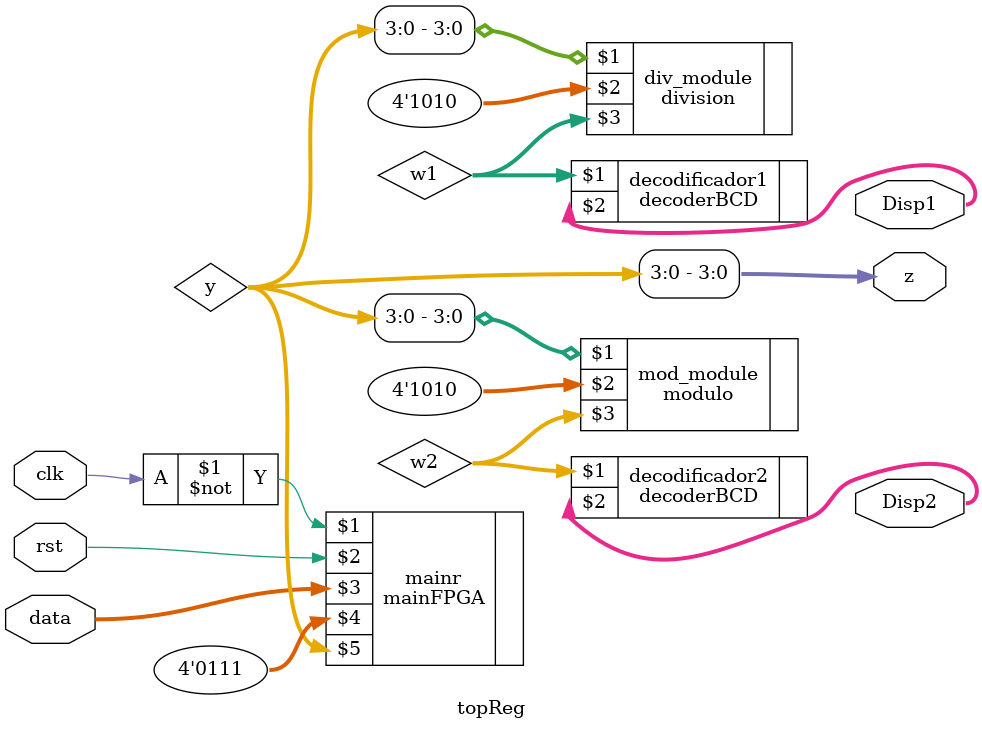
<source format=sv>
module topReg(clk, rst,data, Disp1,Disp2,z);

	input logic clk, rst;
	input logic [9:0] data;
	logic [9:0] y;
	output logic[6:0] Disp1,Disp2; //Display de 7 segmentos
	logic[3:0] w1,w2;
	output logic [3:0] z;
	mainFPGA mainr(~clk, rst, data, 4'b0111, y);
	division #(4) div_module(y[3:0],4'b1010,w1);//Calcular Decenas
	modulo #(4) mod_module(y[3:0],4'b1010,w2);//Calcular unidades
	decoderBCD decodificador1(w1,Disp1);// Decodificador para Decenas
	decoderBCD decodificador2(w2,Disp2);// Decodificador para Unidades
	assign z=y[3:0];



endmodule 
</source>
